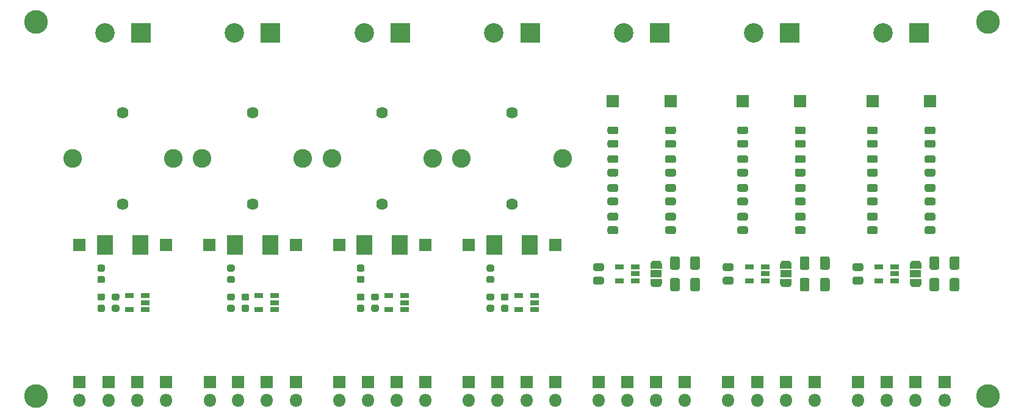
<source format=gbr>
%TF.GenerationSoftware,KiCad,Pcbnew,(5.1.6)-1*%
%TF.CreationDate,2020-11-06T14:41:16+01:00*%
%TF.ProjectId,3V_4I_ac_afe,33565f34-495f-4616-935f-6166652e6b69,rev?*%
%TF.SameCoordinates,Original*%
%TF.FileFunction,Soldermask,Top*%
%TF.FilePolarity,Negative*%
%FSLAX46Y46*%
G04 Gerber Fmt 4.6, Leading zero omitted, Abs format (unit mm)*
G04 Created by KiCad (PCBNEW (5.1.6)-1) date 2020-11-06 14:41:16*
%MOMM*%
%LPD*%
G01*
G04 APERTURE LIST*
%ADD10C,3.300000*%
%ADD11C,2.600000*%
%ADD12C,1.624000*%
%ADD13C,2.700000*%
%ADD14R,2.700000X2.700000*%
%ADD15R,1.800000X1.800000*%
%ADD16O,1.800000X1.800000*%
%ADD17R,1.160000X0.750000*%
%ADD18R,2.200000X2.700000*%
%ADD19R,1.600000X1.100000*%
%ADD20C,0.100000*%
G04 APERTURE END LIST*
D10*
%TO.C,H4*%
X217000000Y-130000000D03*
%TD*%
%TO.C,H3*%
X85000000Y-130000000D03*
%TD*%
%TO.C,H2*%
X217000000Y-78000000D03*
%TD*%
%TO.C,H1*%
X85000000Y-78000000D03*
%TD*%
D11*
%TO.C,CT3*%
X158000000Y-97000000D03*
X144000000Y-97000000D03*
D12*
X151000000Y-90650000D03*
X151000000Y-103350000D03*
%TD*%
D13*
%TO.C,J43*%
X94500000Y-79500000D03*
D14*
X99500000Y-79500000D03*
%TD*%
D13*
%TO.C,J36*%
X148500000Y-79500000D03*
D14*
X153500000Y-79500000D03*
%TD*%
D13*
%TO.C,J29*%
X130500000Y-79500000D03*
D14*
X135500000Y-79500000D03*
%TD*%
D13*
%TO.C,J1*%
X112500000Y-79500000D03*
D14*
X117500000Y-79500000D03*
%TD*%
D11*
%TO.C,CT4*%
X104000000Y-97000000D03*
X90000000Y-97000000D03*
D12*
X97000000Y-90650000D03*
X97000000Y-103350000D03*
%TD*%
D11*
%TO.C,CT2*%
X140000000Y-97000000D03*
X126000000Y-97000000D03*
D12*
X133000000Y-90650000D03*
X133000000Y-103350000D03*
%TD*%
D11*
%TO.C,CT1*%
X122000000Y-97000000D03*
X108000000Y-97000000D03*
D12*
X115000000Y-90650000D03*
X115000000Y-103350000D03*
%TD*%
D13*
%TO.C,J24*%
X202500000Y-79500000D03*
D14*
X207500000Y-79500000D03*
%TD*%
D13*
%TO.C,J17*%
X184500000Y-79500000D03*
D14*
X189500000Y-79500000D03*
%TD*%
D13*
%TO.C,J10*%
X166500000Y-79500000D03*
D14*
X171500000Y-79500000D03*
%TD*%
D15*
%TO.C,J45*%
X103000000Y-109000000D03*
%TD*%
%TO.C,J44*%
X91000000Y-109000000D03*
%TD*%
%TO.C,J38*%
X157000000Y-109000000D03*
%TD*%
%TO.C,J37*%
X145000000Y-109000000D03*
%TD*%
%TO.C,J31*%
X139000000Y-109000000D03*
%TD*%
%TO.C,J30*%
X127000000Y-109000000D03*
%TD*%
%TO.C,J3*%
X121000000Y-109000000D03*
%TD*%
%TO.C,J2*%
X109000000Y-109000000D03*
%TD*%
D16*
%TO.C,J49*%
X103000000Y-130540000D03*
D15*
X103000000Y-128000000D03*
%TD*%
D16*
%TO.C,J48*%
X95000000Y-130540000D03*
D15*
X95000000Y-128000000D03*
%TD*%
D16*
%TO.C,J47*%
X91000000Y-130540000D03*
D15*
X91000000Y-128000000D03*
%TD*%
D16*
%TO.C,J46*%
X99000000Y-130540000D03*
D15*
X99000000Y-128000000D03*
%TD*%
D16*
%TO.C,J42*%
X157000000Y-130540000D03*
D15*
X157000000Y-128000000D03*
%TD*%
D16*
%TO.C,J41*%
X149000000Y-130540000D03*
D15*
X149000000Y-128000000D03*
%TD*%
D16*
%TO.C,J40*%
X145000000Y-130540000D03*
D15*
X145000000Y-128000000D03*
%TD*%
D16*
%TO.C,J39*%
X153000000Y-130540000D03*
D15*
X153000000Y-128000000D03*
%TD*%
D16*
%TO.C,J35*%
X139000000Y-130540000D03*
D15*
X139000000Y-128000000D03*
%TD*%
D16*
%TO.C,J34*%
X131020000Y-130540000D03*
D15*
X131020000Y-128000000D03*
%TD*%
D16*
%TO.C,J33*%
X127000000Y-130540000D03*
D15*
X127000000Y-128000000D03*
%TD*%
D16*
%TO.C,J32*%
X135000000Y-130540000D03*
D15*
X135000000Y-128000000D03*
%TD*%
D16*
%TO.C,J28*%
X211000000Y-130540000D03*
D15*
X211000000Y-128000000D03*
%TD*%
D16*
%TO.C,J27*%
X203000000Y-130540000D03*
D15*
X203000000Y-128000000D03*
%TD*%
D16*
%TO.C,J26*%
X199000000Y-130540000D03*
D15*
X199000000Y-128000000D03*
%TD*%
D16*
%TO.C,J25*%
X207000000Y-130540000D03*
D15*
X207000000Y-128000000D03*
%TD*%
D16*
%TO.C,J21*%
X193000000Y-130540000D03*
D15*
X193000000Y-128000000D03*
%TD*%
D16*
%TO.C,J20*%
X185000000Y-130540000D03*
D15*
X185000000Y-128000000D03*
%TD*%
D16*
%TO.C,J19*%
X181000000Y-130540000D03*
D15*
X181000000Y-128000000D03*
%TD*%
D16*
%TO.C,J18*%
X189000000Y-130540000D03*
D15*
X189000000Y-128000000D03*
%TD*%
D16*
%TO.C,J14*%
X175000000Y-130540000D03*
D15*
X175000000Y-128000000D03*
%TD*%
D16*
%TO.C,J13*%
X167000000Y-130540000D03*
D15*
X167000000Y-128000000D03*
%TD*%
D16*
%TO.C,J12*%
X163000000Y-130540000D03*
D15*
X163000000Y-128000000D03*
%TD*%
D16*
%TO.C,J11*%
X171000000Y-130540000D03*
D15*
X171000000Y-128000000D03*
%TD*%
D16*
%TO.C,J7*%
X121000000Y-130540000D03*
D15*
X121000000Y-128000000D03*
%TD*%
D16*
%TO.C,J6*%
X113000000Y-130540000D03*
D15*
X113000000Y-128000000D03*
%TD*%
D16*
%TO.C,J5*%
X109050000Y-130540000D03*
D15*
X109050000Y-128000000D03*
%TD*%
D16*
%TO.C,J4*%
X117000000Y-130540000D03*
D15*
X117000000Y-128000000D03*
%TD*%
D17*
%TO.C,U7*%
X97900000Y-117950000D03*
X97900000Y-116050000D03*
X100100000Y-116050000D03*
X100100000Y-117000000D03*
X100100000Y-117950000D03*
%TD*%
%TO.C,R45*%
G36*
G01*
X96281250Y-116700000D02*
X95718750Y-116700000D01*
G75*
G02*
X95475000Y-116456250I0J243750D01*
G01*
X95475000Y-115968750D01*
G75*
G02*
X95718750Y-115725000I243750J0D01*
G01*
X96281250Y-115725000D01*
G75*
G02*
X96525000Y-115968750I0J-243750D01*
G01*
X96525000Y-116456250D01*
G75*
G02*
X96281250Y-116700000I-243750J0D01*
G01*
G37*
G36*
G01*
X96281250Y-118275000D02*
X95718750Y-118275000D01*
G75*
G02*
X95475000Y-118031250I0J243750D01*
G01*
X95475000Y-117543750D01*
G75*
G02*
X95718750Y-117300000I243750J0D01*
G01*
X96281250Y-117300000D01*
G75*
G02*
X96525000Y-117543750I0J-243750D01*
G01*
X96525000Y-118031250D01*
G75*
G02*
X96281250Y-118275000I-243750J0D01*
G01*
G37*
%TD*%
%TO.C,R44*%
G36*
G01*
X94281250Y-112700000D02*
X93718750Y-112700000D01*
G75*
G02*
X93475000Y-112456250I0J243750D01*
G01*
X93475000Y-111968750D01*
G75*
G02*
X93718750Y-111725000I243750J0D01*
G01*
X94281250Y-111725000D01*
G75*
G02*
X94525000Y-111968750I0J-243750D01*
G01*
X94525000Y-112456250D01*
G75*
G02*
X94281250Y-112700000I-243750J0D01*
G01*
G37*
G36*
G01*
X94281250Y-114275000D02*
X93718750Y-114275000D01*
G75*
G02*
X93475000Y-114031250I0J243750D01*
G01*
X93475000Y-113543750D01*
G75*
G02*
X93718750Y-113300000I243750J0D01*
G01*
X94281250Y-113300000D01*
G75*
G02*
X94525000Y-113543750I0J-243750D01*
G01*
X94525000Y-114031250D01*
G75*
G02*
X94281250Y-114275000I-243750J0D01*
G01*
G37*
%TD*%
D18*
%TO.C,R43*%
X94550000Y-109000000D03*
X99450000Y-109000000D03*
%TD*%
%TO.C,C4*%
G36*
G01*
X94281250Y-116700000D02*
X93718750Y-116700000D01*
G75*
G02*
X93475000Y-116456250I0J243750D01*
G01*
X93475000Y-115968750D01*
G75*
G02*
X93718750Y-115725000I243750J0D01*
G01*
X94281250Y-115725000D01*
G75*
G02*
X94525000Y-115968750I0J-243750D01*
G01*
X94525000Y-116456250D01*
G75*
G02*
X94281250Y-116700000I-243750J0D01*
G01*
G37*
G36*
G01*
X94281250Y-118275000D02*
X93718750Y-118275000D01*
G75*
G02*
X93475000Y-118031250I0J243750D01*
G01*
X93475000Y-117543750D01*
G75*
G02*
X93718750Y-117300000I243750J0D01*
G01*
X94281250Y-117300000D01*
G75*
G02*
X94525000Y-117543750I0J-243750D01*
G01*
X94525000Y-118031250D01*
G75*
G02*
X94281250Y-118275000I-243750J0D01*
G01*
G37*
%TD*%
D17*
%TO.C,U6*%
X151900000Y-117950000D03*
X151900000Y-116050000D03*
X154100000Y-116050000D03*
X154100000Y-117000000D03*
X154100000Y-117950000D03*
%TD*%
%TO.C,U5*%
X133900000Y-117950000D03*
X133900000Y-116050000D03*
X136100000Y-116050000D03*
X136100000Y-117000000D03*
X136100000Y-117950000D03*
%TD*%
%TO.C,U4*%
X201900000Y-113950000D03*
X201900000Y-112050000D03*
X204100000Y-112050000D03*
X204100000Y-113000000D03*
X204100000Y-113950000D03*
%TD*%
%TO.C,U3*%
X183900000Y-113950000D03*
X183900000Y-112050000D03*
X186100000Y-112050000D03*
X186100000Y-113000000D03*
X186100000Y-113950000D03*
%TD*%
%TO.C,U2*%
X165900000Y-113950000D03*
X165900000Y-112050000D03*
X168100000Y-112050000D03*
X168100000Y-113000000D03*
X168100000Y-113950000D03*
%TD*%
%TO.C,U1*%
X115900000Y-117950000D03*
X115900000Y-116050000D03*
X118100000Y-116050000D03*
X118100000Y-117000000D03*
X118100000Y-117950000D03*
%TD*%
%TO.C,R42*%
G36*
G01*
X150281250Y-116700000D02*
X149718750Y-116700000D01*
G75*
G02*
X149475000Y-116456250I0J243750D01*
G01*
X149475000Y-115968750D01*
G75*
G02*
X149718750Y-115725000I243750J0D01*
G01*
X150281250Y-115725000D01*
G75*
G02*
X150525000Y-115968750I0J-243750D01*
G01*
X150525000Y-116456250D01*
G75*
G02*
X150281250Y-116700000I-243750J0D01*
G01*
G37*
G36*
G01*
X150281250Y-118275000D02*
X149718750Y-118275000D01*
G75*
G02*
X149475000Y-118031250I0J243750D01*
G01*
X149475000Y-117543750D01*
G75*
G02*
X149718750Y-117300000I243750J0D01*
G01*
X150281250Y-117300000D01*
G75*
G02*
X150525000Y-117543750I0J-243750D01*
G01*
X150525000Y-118031250D01*
G75*
G02*
X150281250Y-118275000I-243750J0D01*
G01*
G37*
%TD*%
%TO.C,R41*%
G36*
G01*
X148281250Y-112700000D02*
X147718750Y-112700000D01*
G75*
G02*
X147475000Y-112456250I0J243750D01*
G01*
X147475000Y-111968750D01*
G75*
G02*
X147718750Y-111725000I243750J0D01*
G01*
X148281250Y-111725000D01*
G75*
G02*
X148525000Y-111968750I0J-243750D01*
G01*
X148525000Y-112456250D01*
G75*
G02*
X148281250Y-112700000I-243750J0D01*
G01*
G37*
G36*
G01*
X148281250Y-114275000D02*
X147718750Y-114275000D01*
G75*
G02*
X147475000Y-114031250I0J243750D01*
G01*
X147475000Y-113543750D01*
G75*
G02*
X147718750Y-113300000I243750J0D01*
G01*
X148281250Y-113300000D01*
G75*
G02*
X148525000Y-113543750I0J-243750D01*
G01*
X148525000Y-114031250D01*
G75*
G02*
X148281250Y-114275000I-243750J0D01*
G01*
G37*
%TD*%
D18*
%TO.C,R40*%
X148550000Y-109000000D03*
X153450000Y-109000000D03*
%TD*%
%TO.C,R39*%
G36*
G01*
X132281250Y-116700000D02*
X131718750Y-116700000D01*
G75*
G02*
X131475000Y-116456250I0J243750D01*
G01*
X131475000Y-115968750D01*
G75*
G02*
X131718750Y-115725000I243750J0D01*
G01*
X132281250Y-115725000D01*
G75*
G02*
X132525000Y-115968750I0J-243750D01*
G01*
X132525000Y-116456250D01*
G75*
G02*
X132281250Y-116700000I-243750J0D01*
G01*
G37*
G36*
G01*
X132281250Y-118275000D02*
X131718750Y-118275000D01*
G75*
G02*
X131475000Y-118031250I0J243750D01*
G01*
X131475000Y-117543750D01*
G75*
G02*
X131718750Y-117300000I243750J0D01*
G01*
X132281250Y-117300000D01*
G75*
G02*
X132525000Y-117543750I0J-243750D01*
G01*
X132525000Y-118031250D01*
G75*
G02*
X132281250Y-118275000I-243750J0D01*
G01*
G37*
%TD*%
%TO.C,R38*%
G36*
G01*
X130281250Y-112700000D02*
X129718750Y-112700000D01*
G75*
G02*
X129475000Y-112456250I0J243750D01*
G01*
X129475000Y-111968750D01*
G75*
G02*
X129718750Y-111725000I243750J0D01*
G01*
X130281250Y-111725000D01*
G75*
G02*
X130525000Y-111968750I0J-243750D01*
G01*
X130525000Y-112456250D01*
G75*
G02*
X130281250Y-112700000I-243750J0D01*
G01*
G37*
G36*
G01*
X130281250Y-114275000D02*
X129718750Y-114275000D01*
G75*
G02*
X129475000Y-114031250I0J243750D01*
G01*
X129475000Y-113543750D01*
G75*
G02*
X129718750Y-113300000I243750J0D01*
G01*
X130281250Y-113300000D01*
G75*
G02*
X130525000Y-113543750I0J-243750D01*
G01*
X130525000Y-114031250D01*
G75*
G02*
X130281250Y-114275000I-243750J0D01*
G01*
G37*
%TD*%
%TO.C,R37*%
X130550000Y-109000000D03*
X135450000Y-109000000D03*
%TD*%
%TO.C,R36*%
G36*
G01*
X198518750Y-113400000D02*
X199481250Y-113400000D01*
G75*
G02*
X199750000Y-113668750I0J-268750D01*
G01*
X199750000Y-114206250D01*
G75*
G02*
X199481250Y-114475000I-268750J0D01*
G01*
X198518750Y-114475000D01*
G75*
G02*
X198250000Y-114206250I0J268750D01*
G01*
X198250000Y-113668750D01*
G75*
G02*
X198518750Y-113400000I268750J0D01*
G01*
G37*
G36*
G01*
X198518750Y-111525000D02*
X199481250Y-111525000D01*
G75*
G02*
X199750000Y-111793750I0J-268750D01*
G01*
X199750000Y-112331250D01*
G75*
G02*
X199481250Y-112600000I-268750J0D01*
G01*
X198518750Y-112600000D01*
G75*
G02*
X198250000Y-112331250I0J268750D01*
G01*
X198250000Y-111793750D01*
G75*
G02*
X198518750Y-111525000I268750J0D01*
G01*
G37*
%TD*%
%TO.C,R35*%
G36*
G01*
X210275000Y-110845000D02*
X210275000Y-112155000D01*
G75*
G02*
X210005000Y-112425000I-270000J0D01*
G01*
X209195000Y-112425000D01*
G75*
G02*
X208925000Y-112155000I0J270000D01*
G01*
X208925000Y-110845000D01*
G75*
G02*
X209195000Y-110575000I270000J0D01*
G01*
X210005000Y-110575000D01*
G75*
G02*
X210275000Y-110845000I0J-270000D01*
G01*
G37*
G36*
G01*
X213075000Y-110845000D02*
X213075000Y-112155000D01*
G75*
G02*
X212805000Y-112425000I-270000J0D01*
G01*
X211995000Y-112425000D01*
G75*
G02*
X211725000Y-112155000I0J270000D01*
G01*
X211725000Y-110845000D01*
G75*
G02*
X211995000Y-110575000I270000J0D01*
G01*
X212805000Y-110575000D01*
G75*
G02*
X213075000Y-110845000I0J-270000D01*
G01*
G37*
%TD*%
%TO.C,R34*%
G36*
G01*
X211725000Y-115155000D02*
X211725000Y-113845000D01*
G75*
G02*
X211995000Y-113575000I270000J0D01*
G01*
X212805000Y-113575000D01*
G75*
G02*
X213075000Y-113845000I0J-270000D01*
G01*
X213075000Y-115155000D01*
G75*
G02*
X212805000Y-115425000I-270000J0D01*
G01*
X211995000Y-115425000D01*
G75*
G02*
X211725000Y-115155000I0J270000D01*
G01*
G37*
G36*
G01*
X208925000Y-115155000D02*
X208925000Y-113845000D01*
G75*
G02*
X209195000Y-113575000I270000J0D01*
G01*
X210005000Y-113575000D01*
G75*
G02*
X210275000Y-113845000I0J-270000D01*
G01*
X210275000Y-115155000D01*
G75*
G02*
X210005000Y-115425000I-270000J0D01*
G01*
X209195000Y-115425000D01*
G75*
G02*
X208925000Y-115155000I0J270000D01*
G01*
G37*
%TD*%
%TO.C,R33*%
G36*
G01*
X200518750Y-106400000D02*
X201481250Y-106400000D01*
G75*
G02*
X201750000Y-106668750I0J-268750D01*
G01*
X201750000Y-107206250D01*
G75*
G02*
X201481250Y-107475000I-268750J0D01*
G01*
X200518750Y-107475000D01*
G75*
G02*
X200250000Y-107206250I0J268750D01*
G01*
X200250000Y-106668750D01*
G75*
G02*
X200518750Y-106400000I268750J0D01*
G01*
G37*
G36*
G01*
X200518750Y-104525000D02*
X201481250Y-104525000D01*
G75*
G02*
X201750000Y-104793750I0J-268750D01*
G01*
X201750000Y-105331250D01*
G75*
G02*
X201481250Y-105600000I-268750J0D01*
G01*
X200518750Y-105600000D01*
G75*
G02*
X200250000Y-105331250I0J268750D01*
G01*
X200250000Y-104793750D01*
G75*
G02*
X200518750Y-104525000I268750J0D01*
G01*
G37*
%TD*%
%TO.C,R32*%
G36*
G01*
X208518750Y-106400000D02*
X209481250Y-106400000D01*
G75*
G02*
X209750000Y-106668750I0J-268750D01*
G01*
X209750000Y-107206250D01*
G75*
G02*
X209481250Y-107475000I-268750J0D01*
G01*
X208518750Y-107475000D01*
G75*
G02*
X208250000Y-107206250I0J268750D01*
G01*
X208250000Y-106668750D01*
G75*
G02*
X208518750Y-106400000I268750J0D01*
G01*
G37*
G36*
G01*
X208518750Y-104525000D02*
X209481250Y-104525000D01*
G75*
G02*
X209750000Y-104793750I0J-268750D01*
G01*
X209750000Y-105331250D01*
G75*
G02*
X209481250Y-105600000I-268750J0D01*
G01*
X208518750Y-105600000D01*
G75*
G02*
X208250000Y-105331250I0J268750D01*
G01*
X208250000Y-104793750D01*
G75*
G02*
X208518750Y-104525000I268750J0D01*
G01*
G37*
%TD*%
%TO.C,R31*%
G36*
G01*
X200518750Y-102400000D02*
X201481250Y-102400000D01*
G75*
G02*
X201750000Y-102668750I0J-268750D01*
G01*
X201750000Y-103206250D01*
G75*
G02*
X201481250Y-103475000I-268750J0D01*
G01*
X200518750Y-103475000D01*
G75*
G02*
X200250000Y-103206250I0J268750D01*
G01*
X200250000Y-102668750D01*
G75*
G02*
X200518750Y-102400000I268750J0D01*
G01*
G37*
G36*
G01*
X200518750Y-100525000D02*
X201481250Y-100525000D01*
G75*
G02*
X201750000Y-100793750I0J-268750D01*
G01*
X201750000Y-101331250D01*
G75*
G02*
X201481250Y-101600000I-268750J0D01*
G01*
X200518750Y-101600000D01*
G75*
G02*
X200250000Y-101331250I0J268750D01*
G01*
X200250000Y-100793750D01*
G75*
G02*
X200518750Y-100525000I268750J0D01*
G01*
G37*
%TD*%
%TO.C,R30*%
G36*
G01*
X208518750Y-102400000D02*
X209481250Y-102400000D01*
G75*
G02*
X209750000Y-102668750I0J-268750D01*
G01*
X209750000Y-103206250D01*
G75*
G02*
X209481250Y-103475000I-268750J0D01*
G01*
X208518750Y-103475000D01*
G75*
G02*
X208250000Y-103206250I0J268750D01*
G01*
X208250000Y-102668750D01*
G75*
G02*
X208518750Y-102400000I268750J0D01*
G01*
G37*
G36*
G01*
X208518750Y-100525000D02*
X209481250Y-100525000D01*
G75*
G02*
X209750000Y-100793750I0J-268750D01*
G01*
X209750000Y-101331250D01*
G75*
G02*
X209481250Y-101600000I-268750J0D01*
G01*
X208518750Y-101600000D01*
G75*
G02*
X208250000Y-101331250I0J268750D01*
G01*
X208250000Y-100793750D01*
G75*
G02*
X208518750Y-100525000I268750J0D01*
G01*
G37*
%TD*%
%TO.C,R29*%
G36*
G01*
X200518750Y-98400000D02*
X201481250Y-98400000D01*
G75*
G02*
X201750000Y-98668750I0J-268750D01*
G01*
X201750000Y-99206250D01*
G75*
G02*
X201481250Y-99475000I-268750J0D01*
G01*
X200518750Y-99475000D01*
G75*
G02*
X200250000Y-99206250I0J268750D01*
G01*
X200250000Y-98668750D01*
G75*
G02*
X200518750Y-98400000I268750J0D01*
G01*
G37*
G36*
G01*
X200518750Y-96525000D02*
X201481250Y-96525000D01*
G75*
G02*
X201750000Y-96793750I0J-268750D01*
G01*
X201750000Y-97331250D01*
G75*
G02*
X201481250Y-97600000I-268750J0D01*
G01*
X200518750Y-97600000D01*
G75*
G02*
X200250000Y-97331250I0J268750D01*
G01*
X200250000Y-96793750D01*
G75*
G02*
X200518750Y-96525000I268750J0D01*
G01*
G37*
%TD*%
%TO.C,R28*%
G36*
G01*
X208518750Y-98400000D02*
X209481250Y-98400000D01*
G75*
G02*
X209750000Y-98668750I0J-268750D01*
G01*
X209750000Y-99206250D01*
G75*
G02*
X209481250Y-99475000I-268750J0D01*
G01*
X208518750Y-99475000D01*
G75*
G02*
X208250000Y-99206250I0J268750D01*
G01*
X208250000Y-98668750D01*
G75*
G02*
X208518750Y-98400000I268750J0D01*
G01*
G37*
G36*
G01*
X208518750Y-96525000D02*
X209481250Y-96525000D01*
G75*
G02*
X209750000Y-96793750I0J-268750D01*
G01*
X209750000Y-97331250D01*
G75*
G02*
X209481250Y-97600000I-268750J0D01*
G01*
X208518750Y-97600000D01*
G75*
G02*
X208250000Y-97331250I0J268750D01*
G01*
X208250000Y-96793750D01*
G75*
G02*
X208518750Y-96525000I268750J0D01*
G01*
G37*
%TD*%
%TO.C,R27*%
G36*
G01*
X200518750Y-94400000D02*
X201481250Y-94400000D01*
G75*
G02*
X201750000Y-94668750I0J-268750D01*
G01*
X201750000Y-95206250D01*
G75*
G02*
X201481250Y-95475000I-268750J0D01*
G01*
X200518750Y-95475000D01*
G75*
G02*
X200250000Y-95206250I0J268750D01*
G01*
X200250000Y-94668750D01*
G75*
G02*
X200518750Y-94400000I268750J0D01*
G01*
G37*
G36*
G01*
X200518750Y-92525000D02*
X201481250Y-92525000D01*
G75*
G02*
X201750000Y-92793750I0J-268750D01*
G01*
X201750000Y-93331250D01*
G75*
G02*
X201481250Y-93600000I-268750J0D01*
G01*
X200518750Y-93600000D01*
G75*
G02*
X200250000Y-93331250I0J268750D01*
G01*
X200250000Y-92793750D01*
G75*
G02*
X200518750Y-92525000I268750J0D01*
G01*
G37*
%TD*%
%TO.C,R26*%
G36*
G01*
X208518750Y-94400000D02*
X209481250Y-94400000D01*
G75*
G02*
X209750000Y-94668750I0J-268750D01*
G01*
X209750000Y-95206250D01*
G75*
G02*
X209481250Y-95475000I-268750J0D01*
G01*
X208518750Y-95475000D01*
G75*
G02*
X208250000Y-95206250I0J268750D01*
G01*
X208250000Y-94668750D01*
G75*
G02*
X208518750Y-94400000I268750J0D01*
G01*
G37*
G36*
G01*
X208518750Y-92525000D02*
X209481250Y-92525000D01*
G75*
G02*
X209750000Y-92793750I0J-268750D01*
G01*
X209750000Y-93331250D01*
G75*
G02*
X209481250Y-93600000I-268750J0D01*
G01*
X208518750Y-93600000D01*
G75*
G02*
X208250000Y-93331250I0J268750D01*
G01*
X208250000Y-92793750D01*
G75*
G02*
X208518750Y-92525000I268750J0D01*
G01*
G37*
%TD*%
%TO.C,R25*%
G36*
G01*
X180518750Y-113400000D02*
X181481250Y-113400000D01*
G75*
G02*
X181750000Y-113668750I0J-268750D01*
G01*
X181750000Y-114206250D01*
G75*
G02*
X181481250Y-114475000I-268750J0D01*
G01*
X180518750Y-114475000D01*
G75*
G02*
X180250000Y-114206250I0J268750D01*
G01*
X180250000Y-113668750D01*
G75*
G02*
X180518750Y-113400000I268750J0D01*
G01*
G37*
G36*
G01*
X180518750Y-111525000D02*
X181481250Y-111525000D01*
G75*
G02*
X181750000Y-111793750I0J-268750D01*
G01*
X181750000Y-112331250D01*
G75*
G02*
X181481250Y-112600000I-268750J0D01*
G01*
X180518750Y-112600000D01*
G75*
G02*
X180250000Y-112331250I0J268750D01*
G01*
X180250000Y-111793750D01*
G75*
G02*
X180518750Y-111525000I268750J0D01*
G01*
G37*
%TD*%
%TO.C,R24*%
G36*
G01*
X192275000Y-110845000D02*
X192275000Y-112155000D01*
G75*
G02*
X192005000Y-112425000I-270000J0D01*
G01*
X191195000Y-112425000D01*
G75*
G02*
X190925000Y-112155000I0J270000D01*
G01*
X190925000Y-110845000D01*
G75*
G02*
X191195000Y-110575000I270000J0D01*
G01*
X192005000Y-110575000D01*
G75*
G02*
X192275000Y-110845000I0J-270000D01*
G01*
G37*
G36*
G01*
X195075000Y-110845000D02*
X195075000Y-112155000D01*
G75*
G02*
X194805000Y-112425000I-270000J0D01*
G01*
X193995000Y-112425000D01*
G75*
G02*
X193725000Y-112155000I0J270000D01*
G01*
X193725000Y-110845000D01*
G75*
G02*
X193995000Y-110575000I270000J0D01*
G01*
X194805000Y-110575000D01*
G75*
G02*
X195075000Y-110845000I0J-270000D01*
G01*
G37*
%TD*%
%TO.C,R23*%
G36*
G01*
X193725000Y-115155000D02*
X193725000Y-113845000D01*
G75*
G02*
X193995000Y-113575000I270000J0D01*
G01*
X194805000Y-113575000D01*
G75*
G02*
X195075000Y-113845000I0J-270000D01*
G01*
X195075000Y-115155000D01*
G75*
G02*
X194805000Y-115425000I-270000J0D01*
G01*
X193995000Y-115425000D01*
G75*
G02*
X193725000Y-115155000I0J270000D01*
G01*
G37*
G36*
G01*
X190925000Y-115155000D02*
X190925000Y-113845000D01*
G75*
G02*
X191195000Y-113575000I270000J0D01*
G01*
X192005000Y-113575000D01*
G75*
G02*
X192275000Y-113845000I0J-270000D01*
G01*
X192275000Y-115155000D01*
G75*
G02*
X192005000Y-115425000I-270000J0D01*
G01*
X191195000Y-115425000D01*
G75*
G02*
X190925000Y-115155000I0J270000D01*
G01*
G37*
%TD*%
%TO.C,R22*%
G36*
G01*
X182518750Y-106400000D02*
X183481250Y-106400000D01*
G75*
G02*
X183750000Y-106668750I0J-268750D01*
G01*
X183750000Y-107206250D01*
G75*
G02*
X183481250Y-107475000I-268750J0D01*
G01*
X182518750Y-107475000D01*
G75*
G02*
X182250000Y-107206250I0J268750D01*
G01*
X182250000Y-106668750D01*
G75*
G02*
X182518750Y-106400000I268750J0D01*
G01*
G37*
G36*
G01*
X182518750Y-104525000D02*
X183481250Y-104525000D01*
G75*
G02*
X183750000Y-104793750I0J-268750D01*
G01*
X183750000Y-105331250D01*
G75*
G02*
X183481250Y-105600000I-268750J0D01*
G01*
X182518750Y-105600000D01*
G75*
G02*
X182250000Y-105331250I0J268750D01*
G01*
X182250000Y-104793750D01*
G75*
G02*
X182518750Y-104525000I268750J0D01*
G01*
G37*
%TD*%
%TO.C,R21*%
G36*
G01*
X190518750Y-106400000D02*
X191481250Y-106400000D01*
G75*
G02*
X191750000Y-106668750I0J-268750D01*
G01*
X191750000Y-107206250D01*
G75*
G02*
X191481250Y-107475000I-268750J0D01*
G01*
X190518750Y-107475000D01*
G75*
G02*
X190250000Y-107206250I0J268750D01*
G01*
X190250000Y-106668750D01*
G75*
G02*
X190518750Y-106400000I268750J0D01*
G01*
G37*
G36*
G01*
X190518750Y-104525000D02*
X191481250Y-104525000D01*
G75*
G02*
X191750000Y-104793750I0J-268750D01*
G01*
X191750000Y-105331250D01*
G75*
G02*
X191481250Y-105600000I-268750J0D01*
G01*
X190518750Y-105600000D01*
G75*
G02*
X190250000Y-105331250I0J268750D01*
G01*
X190250000Y-104793750D01*
G75*
G02*
X190518750Y-104525000I268750J0D01*
G01*
G37*
%TD*%
%TO.C,R20*%
G36*
G01*
X182518750Y-102400000D02*
X183481250Y-102400000D01*
G75*
G02*
X183750000Y-102668750I0J-268750D01*
G01*
X183750000Y-103206250D01*
G75*
G02*
X183481250Y-103475000I-268750J0D01*
G01*
X182518750Y-103475000D01*
G75*
G02*
X182250000Y-103206250I0J268750D01*
G01*
X182250000Y-102668750D01*
G75*
G02*
X182518750Y-102400000I268750J0D01*
G01*
G37*
G36*
G01*
X182518750Y-100525000D02*
X183481250Y-100525000D01*
G75*
G02*
X183750000Y-100793750I0J-268750D01*
G01*
X183750000Y-101331250D01*
G75*
G02*
X183481250Y-101600000I-268750J0D01*
G01*
X182518750Y-101600000D01*
G75*
G02*
X182250000Y-101331250I0J268750D01*
G01*
X182250000Y-100793750D01*
G75*
G02*
X182518750Y-100525000I268750J0D01*
G01*
G37*
%TD*%
%TO.C,R19*%
G36*
G01*
X190518750Y-102400000D02*
X191481250Y-102400000D01*
G75*
G02*
X191750000Y-102668750I0J-268750D01*
G01*
X191750000Y-103206250D01*
G75*
G02*
X191481250Y-103475000I-268750J0D01*
G01*
X190518750Y-103475000D01*
G75*
G02*
X190250000Y-103206250I0J268750D01*
G01*
X190250000Y-102668750D01*
G75*
G02*
X190518750Y-102400000I268750J0D01*
G01*
G37*
G36*
G01*
X190518750Y-100525000D02*
X191481250Y-100525000D01*
G75*
G02*
X191750000Y-100793750I0J-268750D01*
G01*
X191750000Y-101331250D01*
G75*
G02*
X191481250Y-101600000I-268750J0D01*
G01*
X190518750Y-101600000D01*
G75*
G02*
X190250000Y-101331250I0J268750D01*
G01*
X190250000Y-100793750D01*
G75*
G02*
X190518750Y-100525000I268750J0D01*
G01*
G37*
%TD*%
%TO.C,R18*%
G36*
G01*
X182518750Y-98400000D02*
X183481250Y-98400000D01*
G75*
G02*
X183750000Y-98668750I0J-268750D01*
G01*
X183750000Y-99206250D01*
G75*
G02*
X183481250Y-99475000I-268750J0D01*
G01*
X182518750Y-99475000D01*
G75*
G02*
X182250000Y-99206250I0J268750D01*
G01*
X182250000Y-98668750D01*
G75*
G02*
X182518750Y-98400000I268750J0D01*
G01*
G37*
G36*
G01*
X182518750Y-96525000D02*
X183481250Y-96525000D01*
G75*
G02*
X183750000Y-96793750I0J-268750D01*
G01*
X183750000Y-97331250D01*
G75*
G02*
X183481250Y-97600000I-268750J0D01*
G01*
X182518750Y-97600000D01*
G75*
G02*
X182250000Y-97331250I0J268750D01*
G01*
X182250000Y-96793750D01*
G75*
G02*
X182518750Y-96525000I268750J0D01*
G01*
G37*
%TD*%
%TO.C,R17*%
G36*
G01*
X190518750Y-98400000D02*
X191481250Y-98400000D01*
G75*
G02*
X191750000Y-98668750I0J-268750D01*
G01*
X191750000Y-99206250D01*
G75*
G02*
X191481250Y-99475000I-268750J0D01*
G01*
X190518750Y-99475000D01*
G75*
G02*
X190250000Y-99206250I0J268750D01*
G01*
X190250000Y-98668750D01*
G75*
G02*
X190518750Y-98400000I268750J0D01*
G01*
G37*
G36*
G01*
X190518750Y-96525000D02*
X191481250Y-96525000D01*
G75*
G02*
X191750000Y-96793750I0J-268750D01*
G01*
X191750000Y-97331250D01*
G75*
G02*
X191481250Y-97600000I-268750J0D01*
G01*
X190518750Y-97600000D01*
G75*
G02*
X190250000Y-97331250I0J268750D01*
G01*
X190250000Y-96793750D01*
G75*
G02*
X190518750Y-96525000I268750J0D01*
G01*
G37*
%TD*%
%TO.C,R16*%
G36*
G01*
X182518750Y-94400000D02*
X183481250Y-94400000D01*
G75*
G02*
X183750000Y-94668750I0J-268750D01*
G01*
X183750000Y-95206250D01*
G75*
G02*
X183481250Y-95475000I-268750J0D01*
G01*
X182518750Y-95475000D01*
G75*
G02*
X182250000Y-95206250I0J268750D01*
G01*
X182250000Y-94668750D01*
G75*
G02*
X182518750Y-94400000I268750J0D01*
G01*
G37*
G36*
G01*
X182518750Y-92525000D02*
X183481250Y-92525000D01*
G75*
G02*
X183750000Y-92793750I0J-268750D01*
G01*
X183750000Y-93331250D01*
G75*
G02*
X183481250Y-93600000I-268750J0D01*
G01*
X182518750Y-93600000D01*
G75*
G02*
X182250000Y-93331250I0J268750D01*
G01*
X182250000Y-92793750D01*
G75*
G02*
X182518750Y-92525000I268750J0D01*
G01*
G37*
%TD*%
%TO.C,R15*%
G36*
G01*
X190518750Y-94400000D02*
X191481250Y-94400000D01*
G75*
G02*
X191750000Y-94668750I0J-268750D01*
G01*
X191750000Y-95206250D01*
G75*
G02*
X191481250Y-95475000I-268750J0D01*
G01*
X190518750Y-95475000D01*
G75*
G02*
X190250000Y-95206250I0J268750D01*
G01*
X190250000Y-94668750D01*
G75*
G02*
X190518750Y-94400000I268750J0D01*
G01*
G37*
G36*
G01*
X190518750Y-92525000D02*
X191481250Y-92525000D01*
G75*
G02*
X191750000Y-92793750I0J-268750D01*
G01*
X191750000Y-93331250D01*
G75*
G02*
X191481250Y-93600000I-268750J0D01*
G01*
X190518750Y-93600000D01*
G75*
G02*
X190250000Y-93331250I0J268750D01*
G01*
X190250000Y-92793750D01*
G75*
G02*
X190518750Y-92525000I268750J0D01*
G01*
G37*
%TD*%
%TO.C,R14*%
G36*
G01*
X162518750Y-113400000D02*
X163481250Y-113400000D01*
G75*
G02*
X163750000Y-113668750I0J-268750D01*
G01*
X163750000Y-114206250D01*
G75*
G02*
X163481250Y-114475000I-268750J0D01*
G01*
X162518750Y-114475000D01*
G75*
G02*
X162250000Y-114206250I0J268750D01*
G01*
X162250000Y-113668750D01*
G75*
G02*
X162518750Y-113400000I268750J0D01*
G01*
G37*
G36*
G01*
X162518750Y-111525000D02*
X163481250Y-111525000D01*
G75*
G02*
X163750000Y-111793750I0J-268750D01*
G01*
X163750000Y-112331250D01*
G75*
G02*
X163481250Y-112600000I-268750J0D01*
G01*
X162518750Y-112600000D01*
G75*
G02*
X162250000Y-112331250I0J268750D01*
G01*
X162250000Y-111793750D01*
G75*
G02*
X162518750Y-111525000I268750J0D01*
G01*
G37*
%TD*%
%TO.C,R13*%
G36*
G01*
X174275000Y-110845000D02*
X174275000Y-112155000D01*
G75*
G02*
X174005000Y-112425000I-270000J0D01*
G01*
X173195000Y-112425000D01*
G75*
G02*
X172925000Y-112155000I0J270000D01*
G01*
X172925000Y-110845000D01*
G75*
G02*
X173195000Y-110575000I270000J0D01*
G01*
X174005000Y-110575000D01*
G75*
G02*
X174275000Y-110845000I0J-270000D01*
G01*
G37*
G36*
G01*
X177075000Y-110845000D02*
X177075000Y-112155000D01*
G75*
G02*
X176805000Y-112425000I-270000J0D01*
G01*
X175995000Y-112425000D01*
G75*
G02*
X175725000Y-112155000I0J270000D01*
G01*
X175725000Y-110845000D01*
G75*
G02*
X175995000Y-110575000I270000J0D01*
G01*
X176805000Y-110575000D01*
G75*
G02*
X177075000Y-110845000I0J-270000D01*
G01*
G37*
%TD*%
%TO.C,R12*%
G36*
G01*
X175725000Y-115155000D02*
X175725000Y-113845000D01*
G75*
G02*
X175995000Y-113575000I270000J0D01*
G01*
X176805000Y-113575000D01*
G75*
G02*
X177075000Y-113845000I0J-270000D01*
G01*
X177075000Y-115155000D01*
G75*
G02*
X176805000Y-115425000I-270000J0D01*
G01*
X175995000Y-115425000D01*
G75*
G02*
X175725000Y-115155000I0J270000D01*
G01*
G37*
G36*
G01*
X172925000Y-115155000D02*
X172925000Y-113845000D01*
G75*
G02*
X173195000Y-113575000I270000J0D01*
G01*
X174005000Y-113575000D01*
G75*
G02*
X174275000Y-113845000I0J-270000D01*
G01*
X174275000Y-115155000D01*
G75*
G02*
X174005000Y-115425000I-270000J0D01*
G01*
X173195000Y-115425000D01*
G75*
G02*
X172925000Y-115155000I0J270000D01*
G01*
G37*
%TD*%
%TO.C,R11*%
G36*
G01*
X164518750Y-106400000D02*
X165481250Y-106400000D01*
G75*
G02*
X165750000Y-106668750I0J-268750D01*
G01*
X165750000Y-107206250D01*
G75*
G02*
X165481250Y-107475000I-268750J0D01*
G01*
X164518750Y-107475000D01*
G75*
G02*
X164250000Y-107206250I0J268750D01*
G01*
X164250000Y-106668750D01*
G75*
G02*
X164518750Y-106400000I268750J0D01*
G01*
G37*
G36*
G01*
X164518750Y-104525000D02*
X165481250Y-104525000D01*
G75*
G02*
X165750000Y-104793750I0J-268750D01*
G01*
X165750000Y-105331250D01*
G75*
G02*
X165481250Y-105600000I-268750J0D01*
G01*
X164518750Y-105600000D01*
G75*
G02*
X164250000Y-105331250I0J268750D01*
G01*
X164250000Y-104793750D01*
G75*
G02*
X164518750Y-104525000I268750J0D01*
G01*
G37*
%TD*%
%TO.C,R10*%
G36*
G01*
X172518750Y-106400000D02*
X173481250Y-106400000D01*
G75*
G02*
X173750000Y-106668750I0J-268750D01*
G01*
X173750000Y-107206250D01*
G75*
G02*
X173481250Y-107475000I-268750J0D01*
G01*
X172518750Y-107475000D01*
G75*
G02*
X172250000Y-107206250I0J268750D01*
G01*
X172250000Y-106668750D01*
G75*
G02*
X172518750Y-106400000I268750J0D01*
G01*
G37*
G36*
G01*
X172518750Y-104525000D02*
X173481250Y-104525000D01*
G75*
G02*
X173750000Y-104793750I0J-268750D01*
G01*
X173750000Y-105331250D01*
G75*
G02*
X173481250Y-105600000I-268750J0D01*
G01*
X172518750Y-105600000D01*
G75*
G02*
X172250000Y-105331250I0J268750D01*
G01*
X172250000Y-104793750D01*
G75*
G02*
X172518750Y-104525000I268750J0D01*
G01*
G37*
%TD*%
%TO.C,R9*%
G36*
G01*
X164518750Y-102400000D02*
X165481250Y-102400000D01*
G75*
G02*
X165750000Y-102668750I0J-268750D01*
G01*
X165750000Y-103206250D01*
G75*
G02*
X165481250Y-103475000I-268750J0D01*
G01*
X164518750Y-103475000D01*
G75*
G02*
X164250000Y-103206250I0J268750D01*
G01*
X164250000Y-102668750D01*
G75*
G02*
X164518750Y-102400000I268750J0D01*
G01*
G37*
G36*
G01*
X164518750Y-100525000D02*
X165481250Y-100525000D01*
G75*
G02*
X165750000Y-100793750I0J-268750D01*
G01*
X165750000Y-101331250D01*
G75*
G02*
X165481250Y-101600000I-268750J0D01*
G01*
X164518750Y-101600000D01*
G75*
G02*
X164250000Y-101331250I0J268750D01*
G01*
X164250000Y-100793750D01*
G75*
G02*
X164518750Y-100525000I268750J0D01*
G01*
G37*
%TD*%
%TO.C,R8*%
G36*
G01*
X172518750Y-102400000D02*
X173481250Y-102400000D01*
G75*
G02*
X173750000Y-102668750I0J-268750D01*
G01*
X173750000Y-103206250D01*
G75*
G02*
X173481250Y-103475000I-268750J0D01*
G01*
X172518750Y-103475000D01*
G75*
G02*
X172250000Y-103206250I0J268750D01*
G01*
X172250000Y-102668750D01*
G75*
G02*
X172518750Y-102400000I268750J0D01*
G01*
G37*
G36*
G01*
X172518750Y-100525000D02*
X173481250Y-100525000D01*
G75*
G02*
X173750000Y-100793750I0J-268750D01*
G01*
X173750000Y-101331250D01*
G75*
G02*
X173481250Y-101600000I-268750J0D01*
G01*
X172518750Y-101600000D01*
G75*
G02*
X172250000Y-101331250I0J268750D01*
G01*
X172250000Y-100793750D01*
G75*
G02*
X172518750Y-100525000I268750J0D01*
G01*
G37*
%TD*%
%TO.C,R7*%
G36*
G01*
X164518750Y-98400000D02*
X165481250Y-98400000D01*
G75*
G02*
X165750000Y-98668750I0J-268750D01*
G01*
X165750000Y-99206250D01*
G75*
G02*
X165481250Y-99475000I-268750J0D01*
G01*
X164518750Y-99475000D01*
G75*
G02*
X164250000Y-99206250I0J268750D01*
G01*
X164250000Y-98668750D01*
G75*
G02*
X164518750Y-98400000I268750J0D01*
G01*
G37*
G36*
G01*
X164518750Y-96525000D02*
X165481250Y-96525000D01*
G75*
G02*
X165750000Y-96793750I0J-268750D01*
G01*
X165750000Y-97331250D01*
G75*
G02*
X165481250Y-97600000I-268750J0D01*
G01*
X164518750Y-97600000D01*
G75*
G02*
X164250000Y-97331250I0J268750D01*
G01*
X164250000Y-96793750D01*
G75*
G02*
X164518750Y-96525000I268750J0D01*
G01*
G37*
%TD*%
%TO.C,R6*%
G36*
G01*
X172518750Y-98400000D02*
X173481250Y-98400000D01*
G75*
G02*
X173750000Y-98668750I0J-268750D01*
G01*
X173750000Y-99206250D01*
G75*
G02*
X173481250Y-99475000I-268750J0D01*
G01*
X172518750Y-99475000D01*
G75*
G02*
X172250000Y-99206250I0J268750D01*
G01*
X172250000Y-98668750D01*
G75*
G02*
X172518750Y-98400000I268750J0D01*
G01*
G37*
G36*
G01*
X172518750Y-96525000D02*
X173481250Y-96525000D01*
G75*
G02*
X173750000Y-96793750I0J-268750D01*
G01*
X173750000Y-97331250D01*
G75*
G02*
X173481250Y-97600000I-268750J0D01*
G01*
X172518750Y-97600000D01*
G75*
G02*
X172250000Y-97331250I0J268750D01*
G01*
X172250000Y-96793750D01*
G75*
G02*
X172518750Y-96525000I268750J0D01*
G01*
G37*
%TD*%
%TO.C,R5*%
G36*
G01*
X164518750Y-94400000D02*
X165481250Y-94400000D01*
G75*
G02*
X165750000Y-94668750I0J-268750D01*
G01*
X165750000Y-95206250D01*
G75*
G02*
X165481250Y-95475000I-268750J0D01*
G01*
X164518750Y-95475000D01*
G75*
G02*
X164250000Y-95206250I0J268750D01*
G01*
X164250000Y-94668750D01*
G75*
G02*
X164518750Y-94400000I268750J0D01*
G01*
G37*
G36*
G01*
X164518750Y-92525000D02*
X165481250Y-92525000D01*
G75*
G02*
X165750000Y-92793750I0J-268750D01*
G01*
X165750000Y-93331250D01*
G75*
G02*
X165481250Y-93600000I-268750J0D01*
G01*
X164518750Y-93600000D01*
G75*
G02*
X164250000Y-93331250I0J268750D01*
G01*
X164250000Y-92793750D01*
G75*
G02*
X164518750Y-92525000I268750J0D01*
G01*
G37*
%TD*%
%TO.C,R4*%
G36*
G01*
X172518750Y-94400000D02*
X173481250Y-94400000D01*
G75*
G02*
X173750000Y-94668750I0J-268750D01*
G01*
X173750000Y-95206250D01*
G75*
G02*
X173481250Y-95475000I-268750J0D01*
G01*
X172518750Y-95475000D01*
G75*
G02*
X172250000Y-95206250I0J268750D01*
G01*
X172250000Y-94668750D01*
G75*
G02*
X172518750Y-94400000I268750J0D01*
G01*
G37*
G36*
G01*
X172518750Y-92525000D02*
X173481250Y-92525000D01*
G75*
G02*
X173750000Y-92793750I0J-268750D01*
G01*
X173750000Y-93331250D01*
G75*
G02*
X173481250Y-93600000I-268750J0D01*
G01*
X172518750Y-93600000D01*
G75*
G02*
X172250000Y-93331250I0J268750D01*
G01*
X172250000Y-92793750D01*
G75*
G02*
X172518750Y-92525000I268750J0D01*
G01*
G37*
%TD*%
%TO.C,R3*%
G36*
G01*
X114281250Y-116700000D02*
X113718750Y-116700000D01*
G75*
G02*
X113475000Y-116456250I0J243750D01*
G01*
X113475000Y-115968750D01*
G75*
G02*
X113718750Y-115725000I243750J0D01*
G01*
X114281250Y-115725000D01*
G75*
G02*
X114525000Y-115968750I0J-243750D01*
G01*
X114525000Y-116456250D01*
G75*
G02*
X114281250Y-116700000I-243750J0D01*
G01*
G37*
G36*
G01*
X114281250Y-118275000D02*
X113718750Y-118275000D01*
G75*
G02*
X113475000Y-118031250I0J243750D01*
G01*
X113475000Y-117543750D01*
G75*
G02*
X113718750Y-117300000I243750J0D01*
G01*
X114281250Y-117300000D01*
G75*
G02*
X114525000Y-117543750I0J-243750D01*
G01*
X114525000Y-118031250D01*
G75*
G02*
X114281250Y-118275000I-243750J0D01*
G01*
G37*
%TD*%
%TO.C,R2*%
G36*
G01*
X112281250Y-112700000D02*
X111718750Y-112700000D01*
G75*
G02*
X111475000Y-112456250I0J243750D01*
G01*
X111475000Y-111968750D01*
G75*
G02*
X111718750Y-111725000I243750J0D01*
G01*
X112281250Y-111725000D01*
G75*
G02*
X112525000Y-111968750I0J-243750D01*
G01*
X112525000Y-112456250D01*
G75*
G02*
X112281250Y-112700000I-243750J0D01*
G01*
G37*
G36*
G01*
X112281250Y-114275000D02*
X111718750Y-114275000D01*
G75*
G02*
X111475000Y-114031250I0J243750D01*
G01*
X111475000Y-113543750D01*
G75*
G02*
X111718750Y-113300000I243750J0D01*
G01*
X112281250Y-113300000D01*
G75*
G02*
X112525000Y-113543750I0J-243750D01*
G01*
X112525000Y-114031250D01*
G75*
G02*
X112281250Y-114275000I-243750J0D01*
G01*
G37*
%TD*%
%TO.C,R1*%
X112550000Y-109000000D03*
X117450000Y-109000000D03*
%TD*%
D19*
%TO.C,JP3*%
X207000000Y-113000000D03*
D20*
G36*
X207799398Y-114306111D02*
G01*
X207799398Y-114324534D01*
X207799157Y-114329435D01*
X207794347Y-114378266D01*
X207793627Y-114383119D01*
X207784055Y-114431244D01*
X207782863Y-114436005D01*
X207768619Y-114482960D01*
X207766966Y-114487579D01*
X207748189Y-114532912D01*
X207746091Y-114537349D01*
X207722960Y-114580622D01*
X207720438Y-114584829D01*
X207693178Y-114625628D01*
X207690254Y-114629570D01*
X207659126Y-114667499D01*
X207655831Y-114671134D01*
X207621134Y-114705831D01*
X207617499Y-114709126D01*
X207579570Y-114740254D01*
X207575628Y-114743178D01*
X207534829Y-114770438D01*
X207530622Y-114772960D01*
X207487349Y-114796091D01*
X207482912Y-114798189D01*
X207437579Y-114816966D01*
X207432960Y-114818619D01*
X207386005Y-114832863D01*
X207381244Y-114834055D01*
X207333119Y-114843627D01*
X207328266Y-114844347D01*
X207279435Y-114849157D01*
X207274534Y-114849398D01*
X207256111Y-114849398D01*
X207250000Y-114850000D01*
X206750000Y-114850000D01*
X206743889Y-114849398D01*
X206725466Y-114849398D01*
X206720565Y-114849157D01*
X206671734Y-114844347D01*
X206666881Y-114843627D01*
X206618756Y-114834055D01*
X206613995Y-114832863D01*
X206567040Y-114818619D01*
X206562421Y-114816966D01*
X206517088Y-114798189D01*
X206512651Y-114796091D01*
X206469378Y-114772960D01*
X206465171Y-114770438D01*
X206424372Y-114743178D01*
X206420430Y-114740254D01*
X206382501Y-114709126D01*
X206378866Y-114705831D01*
X206344169Y-114671134D01*
X206340874Y-114667499D01*
X206309746Y-114629570D01*
X206306822Y-114625628D01*
X206279562Y-114584829D01*
X206277040Y-114580622D01*
X206253909Y-114537349D01*
X206251811Y-114532912D01*
X206233034Y-114487579D01*
X206231381Y-114482960D01*
X206217137Y-114436005D01*
X206215945Y-114431244D01*
X206206373Y-114383119D01*
X206205653Y-114378266D01*
X206200843Y-114329435D01*
X206200602Y-114324534D01*
X206200602Y-114306111D01*
X206200000Y-114300000D01*
X206200000Y-113750000D01*
X206200961Y-113740245D01*
X206203806Y-113730866D01*
X206208427Y-113722221D01*
X206214645Y-113714645D01*
X206222221Y-113708427D01*
X206230866Y-113703806D01*
X206240245Y-113700961D01*
X206250000Y-113700000D01*
X207750000Y-113700000D01*
X207759755Y-113700961D01*
X207769134Y-113703806D01*
X207777779Y-113708427D01*
X207785355Y-113714645D01*
X207791573Y-113722221D01*
X207796194Y-113730866D01*
X207799039Y-113740245D01*
X207800000Y-113750000D01*
X207800000Y-114300000D01*
X207799398Y-114306111D01*
G37*
G36*
X207799039Y-112259755D02*
G01*
X207796194Y-112269134D01*
X207791573Y-112277779D01*
X207785355Y-112285355D01*
X207777779Y-112291573D01*
X207769134Y-112296194D01*
X207759755Y-112299039D01*
X207750000Y-112300000D01*
X206250000Y-112300000D01*
X206240245Y-112299039D01*
X206230866Y-112296194D01*
X206222221Y-112291573D01*
X206214645Y-112285355D01*
X206208427Y-112277779D01*
X206203806Y-112269134D01*
X206200961Y-112259755D01*
X206200000Y-112250000D01*
X206200000Y-111700000D01*
X206200602Y-111693889D01*
X206200602Y-111675466D01*
X206200843Y-111670565D01*
X206205653Y-111621734D01*
X206206373Y-111616881D01*
X206215945Y-111568756D01*
X206217137Y-111563995D01*
X206231381Y-111517040D01*
X206233034Y-111512421D01*
X206251811Y-111467088D01*
X206253909Y-111462651D01*
X206277040Y-111419378D01*
X206279562Y-111415171D01*
X206306822Y-111374372D01*
X206309746Y-111370430D01*
X206340874Y-111332501D01*
X206344169Y-111328866D01*
X206378866Y-111294169D01*
X206382501Y-111290874D01*
X206420430Y-111259746D01*
X206424372Y-111256822D01*
X206465171Y-111229562D01*
X206469378Y-111227040D01*
X206512651Y-111203909D01*
X206517088Y-111201811D01*
X206562421Y-111183034D01*
X206567040Y-111181381D01*
X206613995Y-111167137D01*
X206618756Y-111165945D01*
X206666881Y-111156373D01*
X206671734Y-111155653D01*
X206720565Y-111150843D01*
X206725466Y-111150602D01*
X206743889Y-111150602D01*
X206750000Y-111150000D01*
X207250000Y-111150000D01*
X207256111Y-111150602D01*
X207274534Y-111150602D01*
X207279435Y-111150843D01*
X207328266Y-111155653D01*
X207333119Y-111156373D01*
X207381244Y-111165945D01*
X207386005Y-111167137D01*
X207432960Y-111181381D01*
X207437579Y-111183034D01*
X207482912Y-111201811D01*
X207487349Y-111203909D01*
X207530622Y-111227040D01*
X207534829Y-111229562D01*
X207575628Y-111256822D01*
X207579570Y-111259746D01*
X207617499Y-111290874D01*
X207621134Y-111294169D01*
X207655831Y-111328866D01*
X207659126Y-111332501D01*
X207690254Y-111370430D01*
X207693178Y-111374372D01*
X207720438Y-111415171D01*
X207722960Y-111419378D01*
X207746091Y-111462651D01*
X207748189Y-111467088D01*
X207766966Y-111512421D01*
X207768619Y-111517040D01*
X207782863Y-111563995D01*
X207784055Y-111568756D01*
X207793627Y-111616881D01*
X207794347Y-111621734D01*
X207799157Y-111670565D01*
X207799398Y-111675466D01*
X207799398Y-111693889D01*
X207800000Y-111700000D01*
X207800000Y-112250000D01*
X207799039Y-112259755D01*
G37*
%TD*%
D19*
%TO.C,JP2*%
X189000000Y-113000000D03*
D20*
G36*
X189799398Y-114306111D02*
G01*
X189799398Y-114324534D01*
X189799157Y-114329435D01*
X189794347Y-114378266D01*
X189793627Y-114383119D01*
X189784055Y-114431244D01*
X189782863Y-114436005D01*
X189768619Y-114482960D01*
X189766966Y-114487579D01*
X189748189Y-114532912D01*
X189746091Y-114537349D01*
X189722960Y-114580622D01*
X189720438Y-114584829D01*
X189693178Y-114625628D01*
X189690254Y-114629570D01*
X189659126Y-114667499D01*
X189655831Y-114671134D01*
X189621134Y-114705831D01*
X189617499Y-114709126D01*
X189579570Y-114740254D01*
X189575628Y-114743178D01*
X189534829Y-114770438D01*
X189530622Y-114772960D01*
X189487349Y-114796091D01*
X189482912Y-114798189D01*
X189437579Y-114816966D01*
X189432960Y-114818619D01*
X189386005Y-114832863D01*
X189381244Y-114834055D01*
X189333119Y-114843627D01*
X189328266Y-114844347D01*
X189279435Y-114849157D01*
X189274534Y-114849398D01*
X189256111Y-114849398D01*
X189250000Y-114850000D01*
X188750000Y-114850000D01*
X188743889Y-114849398D01*
X188725466Y-114849398D01*
X188720565Y-114849157D01*
X188671734Y-114844347D01*
X188666881Y-114843627D01*
X188618756Y-114834055D01*
X188613995Y-114832863D01*
X188567040Y-114818619D01*
X188562421Y-114816966D01*
X188517088Y-114798189D01*
X188512651Y-114796091D01*
X188469378Y-114772960D01*
X188465171Y-114770438D01*
X188424372Y-114743178D01*
X188420430Y-114740254D01*
X188382501Y-114709126D01*
X188378866Y-114705831D01*
X188344169Y-114671134D01*
X188340874Y-114667499D01*
X188309746Y-114629570D01*
X188306822Y-114625628D01*
X188279562Y-114584829D01*
X188277040Y-114580622D01*
X188253909Y-114537349D01*
X188251811Y-114532912D01*
X188233034Y-114487579D01*
X188231381Y-114482960D01*
X188217137Y-114436005D01*
X188215945Y-114431244D01*
X188206373Y-114383119D01*
X188205653Y-114378266D01*
X188200843Y-114329435D01*
X188200602Y-114324534D01*
X188200602Y-114306111D01*
X188200000Y-114300000D01*
X188200000Y-113750000D01*
X188200961Y-113740245D01*
X188203806Y-113730866D01*
X188208427Y-113722221D01*
X188214645Y-113714645D01*
X188222221Y-113708427D01*
X188230866Y-113703806D01*
X188240245Y-113700961D01*
X188250000Y-113700000D01*
X189750000Y-113700000D01*
X189759755Y-113700961D01*
X189769134Y-113703806D01*
X189777779Y-113708427D01*
X189785355Y-113714645D01*
X189791573Y-113722221D01*
X189796194Y-113730866D01*
X189799039Y-113740245D01*
X189800000Y-113750000D01*
X189800000Y-114300000D01*
X189799398Y-114306111D01*
G37*
G36*
X189799039Y-112259755D02*
G01*
X189796194Y-112269134D01*
X189791573Y-112277779D01*
X189785355Y-112285355D01*
X189777779Y-112291573D01*
X189769134Y-112296194D01*
X189759755Y-112299039D01*
X189750000Y-112300000D01*
X188250000Y-112300000D01*
X188240245Y-112299039D01*
X188230866Y-112296194D01*
X188222221Y-112291573D01*
X188214645Y-112285355D01*
X188208427Y-112277779D01*
X188203806Y-112269134D01*
X188200961Y-112259755D01*
X188200000Y-112250000D01*
X188200000Y-111700000D01*
X188200602Y-111693889D01*
X188200602Y-111675466D01*
X188200843Y-111670565D01*
X188205653Y-111621734D01*
X188206373Y-111616881D01*
X188215945Y-111568756D01*
X188217137Y-111563995D01*
X188231381Y-111517040D01*
X188233034Y-111512421D01*
X188251811Y-111467088D01*
X188253909Y-111462651D01*
X188277040Y-111419378D01*
X188279562Y-111415171D01*
X188306822Y-111374372D01*
X188309746Y-111370430D01*
X188340874Y-111332501D01*
X188344169Y-111328866D01*
X188378866Y-111294169D01*
X188382501Y-111290874D01*
X188420430Y-111259746D01*
X188424372Y-111256822D01*
X188465171Y-111229562D01*
X188469378Y-111227040D01*
X188512651Y-111203909D01*
X188517088Y-111201811D01*
X188562421Y-111183034D01*
X188567040Y-111181381D01*
X188613995Y-111167137D01*
X188618756Y-111165945D01*
X188666881Y-111156373D01*
X188671734Y-111155653D01*
X188720565Y-111150843D01*
X188725466Y-111150602D01*
X188743889Y-111150602D01*
X188750000Y-111150000D01*
X189250000Y-111150000D01*
X189256111Y-111150602D01*
X189274534Y-111150602D01*
X189279435Y-111150843D01*
X189328266Y-111155653D01*
X189333119Y-111156373D01*
X189381244Y-111165945D01*
X189386005Y-111167137D01*
X189432960Y-111181381D01*
X189437579Y-111183034D01*
X189482912Y-111201811D01*
X189487349Y-111203909D01*
X189530622Y-111227040D01*
X189534829Y-111229562D01*
X189575628Y-111256822D01*
X189579570Y-111259746D01*
X189617499Y-111290874D01*
X189621134Y-111294169D01*
X189655831Y-111328866D01*
X189659126Y-111332501D01*
X189690254Y-111370430D01*
X189693178Y-111374372D01*
X189720438Y-111415171D01*
X189722960Y-111419378D01*
X189746091Y-111462651D01*
X189748189Y-111467088D01*
X189766966Y-111512421D01*
X189768619Y-111517040D01*
X189782863Y-111563995D01*
X189784055Y-111568756D01*
X189793627Y-111616881D01*
X189794347Y-111621734D01*
X189799157Y-111670565D01*
X189799398Y-111675466D01*
X189799398Y-111693889D01*
X189800000Y-111700000D01*
X189800000Y-112250000D01*
X189799039Y-112259755D01*
G37*
%TD*%
D19*
%TO.C,JP1*%
X171000000Y-113000000D03*
D20*
G36*
X171799398Y-114306111D02*
G01*
X171799398Y-114324534D01*
X171799157Y-114329435D01*
X171794347Y-114378266D01*
X171793627Y-114383119D01*
X171784055Y-114431244D01*
X171782863Y-114436005D01*
X171768619Y-114482960D01*
X171766966Y-114487579D01*
X171748189Y-114532912D01*
X171746091Y-114537349D01*
X171722960Y-114580622D01*
X171720438Y-114584829D01*
X171693178Y-114625628D01*
X171690254Y-114629570D01*
X171659126Y-114667499D01*
X171655831Y-114671134D01*
X171621134Y-114705831D01*
X171617499Y-114709126D01*
X171579570Y-114740254D01*
X171575628Y-114743178D01*
X171534829Y-114770438D01*
X171530622Y-114772960D01*
X171487349Y-114796091D01*
X171482912Y-114798189D01*
X171437579Y-114816966D01*
X171432960Y-114818619D01*
X171386005Y-114832863D01*
X171381244Y-114834055D01*
X171333119Y-114843627D01*
X171328266Y-114844347D01*
X171279435Y-114849157D01*
X171274534Y-114849398D01*
X171256111Y-114849398D01*
X171250000Y-114850000D01*
X170750000Y-114850000D01*
X170743889Y-114849398D01*
X170725466Y-114849398D01*
X170720565Y-114849157D01*
X170671734Y-114844347D01*
X170666881Y-114843627D01*
X170618756Y-114834055D01*
X170613995Y-114832863D01*
X170567040Y-114818619D01*
X170562421Y-114816966D01*
X170517088Y-114798189D01*
X170512651Y-114796091D01*
X170469378Y-114772960D01*
X170465171Y-114770438D01*
X170424372Y-114743178D01*
X170420430Y-114740254D01*
X170382501Y-114709126D01*
X170378866Y-114705831D01*
X170344169Y-114671134D01*
X170340874Y-114667499D01*
X170309746Y-114629570D01*
X170306822Y-114625628D01*
X170279562Y-114584829D01*
X170277040Y-114580622D01*
X170253909Y-114537349D01*
X170251811Y-114532912D01*
X170233034Y-114487579D01*
X170231381Y-114482960D01*
X170217137Y-114436005D01*
X170215945Y-114431244D01*
X170206373Y-114383119D01*
X170205653Y-114378266D01*
X170200843Y-114329435D01*
X170200602Y-114324534D01*
X170200602Y-114306111D01*
X170200000Y-114300000D01*
X170200000Y-113750000D01*
X170200961Y-113740245D01*
X170203806Y-113730866D01*
X170208427Y-113722221D01*
X170214645Y-113714645D01*
X170222221Y-113708427D01*
X170230866Y-113703806D01*
X170240245Y-113700961D01*
X170250000Y-113700000D01*
X171750000Y-113700000D01*
X171759755Y-113700961D01*
X171769134Y-113703806D01*
X171777779Y-113708427D01*
X171785355Y-113714645D01*
X171791573Y-113722221D01*
X171796194Y-113730866D01*
X171799039Y-113740245D01*
X171800000Y-113750000D01*
X171800000Y-114300000D01*
X171799398Y-114306111D01*
G37*
G36*
X171799039Y-112259755D02*
G01*
X171796194Y-112269134D01*
X171791573Y-112277779D01*
X171785355Y-112285355D01*
X171777779Y-112291573D01*
X171769134Y-112296194D01*
X171759755Y-112299039D01*
X171750000Y-112300000D01*
X170250000Y-112300000D01*
X170240245Y-112299039D01*
X170230866Y-112296194D01*
X170222221Y-112291573D01*
X170214645Y-112285355D01*
X170208427Y-112277779D01*
X170203806Y-112269134D01*
X170200961Y-112259755D01*
X170200000Y-112250000D01*
X170200000Y-111700000D01*
X170200602Y-111693889D01*
X170200602Y-111675466D01*
X170200843Y-111670565D01*
X170205653Y-111621734D01*
X170206373Y-111616881D01*
X170215945Y-111568756D01*
X170217137Y-111563995D01*
X170231381Y-111517040D01*
X170233034Y-111512421D01*
X170251811Y-111467088D01*
X170253909Y-111462651D01*
X170277040Y-111419378D01*
X170279562Y-111415171D01*
X170306822Y-111374372D01*
X170309746Y-111370430D01*
X170340874Y-111332501D01*
X170344169Y-111328866D01*
X170378866Y-111294169D01*
X170382501Y-111290874D01*
X170420430Y-111259746D01*
X170424372Y-111256822D01*
X170465171Y-111229562D01*
X170469378Y-111227040D01*
X170512651Y-111203909D01*
X170517088Y-111201811D01*
X170562421Y-111183034D01*
X170567040Y-111181381D01*
X170613995Y-111167137D01*
X170618756Y-111165945D01*
X170666881Y-111156373D01*
X170671734Y-111155653D01*
X170720565Y-111150843D01*
X170725466Y-111150602D01*
X170743889Y-111150602D01*
X170750000Y-111150000D01*
X171250000Y-111150000D01*
X171256111Y-111150602D01*
X171274534Y-111150602D01*
X171279435Y-111150843D01*
X171328266Y-111155653D01*
X171333119Y-111156373D01*
X171381244Y-111165945D01*
X171386005Y-111167137D01*
X171432960Y-111181381D01*
X171437579Y-111183034D01*
X171482912Y-111201811D01*
X171487349Y-111203909D01*
X171530622Y-111227040D01*
X171534829Y-111229562D01*
X171575628Y-111256822D01*
X171579570Y-111259746D01*
X171617499Y-111290874D01*
X171621134Y-111294169D01*
X171655831Y-111328866D01*
X171659126Y-111332501D01*
X171690254Y-111370430D01*
X171693178Y-111374372D01*
X171720438Y-111415171D01*
X171722960Y-111419378D01*
X171746091Y-111462651D01*
X171748189Y-111467088D01*
X171766966Y-111512421D01*
X171768619Y-111517040D01*
X171782863Y-111563995D01*
X171784055Y-111568756D01*
X171793627Y-111616881D01*
X171794347Y-111621734D01*
X171799157Y-111670565D01*
X171799398Y-111675466D01*
X171799398Y-111693889D01*
X171800000Y-111700000D01*
X171800000Y-112250000D01*
X171799039Y-112259755D01*
G37*
%TD*%
D15*
%TO.C,J23*%
X201000000Y-89000000D03*
%TD*%
%TO.C,J22*%
X209000000Y-89000000D03*
%TD*%
%TO.C,J16*%
X183000000Y-89000000D03*
%TD*%
%TO.C,J15*%
X191000000Y-89000000D03*
%TD*%
%TO.C,J9*%
X165000000Y-89000000D03*
%TD*%
%TO.C,J8*%
X173000000Y-89000000D03*
%TD*%
%TO.C,C3*%
G36*
G01*
X148281250Y-116700000D02*
X147718750Y-116700000D01*
G75*
G02*
X147475000Y-116456250I0J243750D01*
G01*
X147475000Y-115968750D01*
G75*
G02*
X147718750Y-115725000I243750J0D01*
G01*
X148281250Y-115725000D01*
G75*
G02*
X148525000Y-115968750I0J-243750D01*
G01*
X148525000Y-116456250D01*
G75*
G02*
X148281250Y-116700000I-243750J0D01*
G01*
G37*
G36*
G01*
X148281250Y-118275000D02*
X147718750Y-118275000D01*
G75*
G02*
X147475000Y-118031250I0J243750D01*
G01*
X147475000Y-117543750D01*
G75*
G02*
X147718750Y-117300000I243750J0D01*
G01*
X148281250Y-117300000D01*
G75*
G02*
X148525000Y-117543750I0J-243750D01*
G01*
X148525000Y-118031250D01*
G75*
G02*
X148281250Y-118275000I-243750J0D01*
G01*
G37*
%TD*%
%TO.C,C2*%
G36*
G01*
X130281250Y-116700000D02*
X129718750Y-116700000D01*
G75*
G02*
X129475000Y-116456250I0J243750D01*
G01*
X129475000Y-115968750D01*
G75*
G02*
X129718750Y-115725000I243750J0D01*
G01*
X130281250Y-115725000D01*
G75*
G02*
X130525000Y-115968750I0J-243750D01*
G01*
X130525000Y-116456250D01*
G75*
G02*
X130281250Y-116700000I-243750J0D01*
G01*
G37*
G36*
G01*
X130281250Y-118275000D02*
X129718750Y-118275000D01*
G75*
G02*
X129475000Y-118031250I0J243750D01*
G01*
X129475000Y-117543750D01*
G75*
G02*
X129718750Y-117300000I243750J0D01*
G01*
X130281250Y-117300000D01*
G75*
G02*
X130525000Y-117543750I0J-243750D01*
G01*
X130525000Y-118031250D01*
G75*
G02*
X130281250Y-118275000I-243750J0D01*
G01*
G37*
%TD*%
%TO.C,C1*%
G36*
G01*
X112281250Y-116700000D02*
X111718750Y-116700000D01*
G75*
G02*
X111475000Y-116456250I0J243750D01*
G01*
X111475000Y-115968750D01*
G75*
G02*
X111718750Y-115725000I243750J0D01*
G01*
X112281250Y-115725000D01*
G75*
G02*
X112525000Y-115968750I0J-243750D01*
G01*
X112525000Y-116456250D01*
G75*
G02*
X112281250Y-116700000I-243750J0D01*
G01*
G37*
G36*
G01*
X112281250Y-118275000D02*
X111718750Y-118275000D01*
G75*
G02*
X111475000Y-118031250I0J243750D01*
G01*
X111475000Y-117543750D01*
G75*
G02*
X111718750Y-117300000I243750J0D01*
G01*
X112281250Y-117300000D01*
G75*
G02*
X112525000Y-117543750I0J-243750D01*
G01*
X112525000Y-118031250D01*
G75*
G02*
X112281250Y-118275000I-243750J0D01*
G01*
G37*
%TD*%
M02*

</source>
